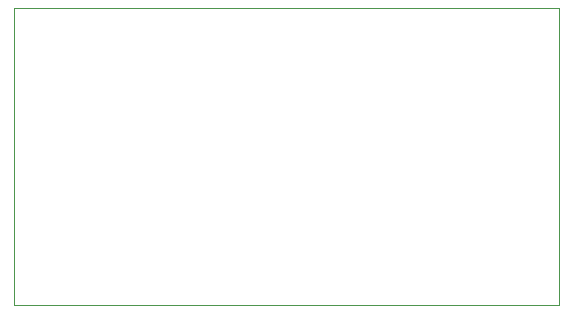
<source format=gbr>
G04 #@! TF.GenerationSoftware,KiCad,Pcbnew,9.0.1*
G04 #@! TF.CreationDate,2025-05-02T21:00:58+02:00*
G04 #@! TF.ProjectId,3_pots_pcb_v0.2a,335f706f-7473-45f7-9063-625f76302e32,rev?*
G04 #@! TF.SameCoordinates,Original*
G04 #@! TF.FileFunction,Profile,NP*
%FSLAX46Y46*%
G04 Gerber Fmt 4.6, Leading zero omitted, Abs format (unit mm)*
G04 Created by KiCad (PCBNEW 9.0.1) date 2025-05-02 21:00:58*
%MOMM*%
%LPD*%
G01*
G04 APERTURE LIST*
G04 #@! TA.AperFunction,Profile*
%ADD10C,0.050000*%
G04 #@! TD*
G04 APERTURE END LIST*
D10*
X140175000Y-90025000D02*
X186300000Y-90025000D01*
X186300000Y-115200000D01*
X140175000Y-115200000D01*
X140175000Y-90025000D01*
M02*

</source>
